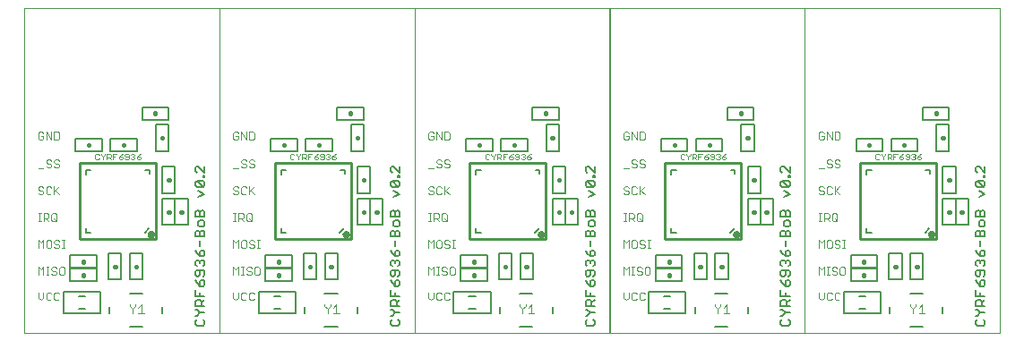
<source format=gto>
G75*
G70*
%OFA0B0*%
%FSLAX25Y25*%
%IPPOS*%
%LPD*%
%AMOC8*
5,1,8,0,0,1.08239X$1,22.5*
%
%ADD11C,0.01600*%
%ADD13C,0.00600*%
%ADD15C,0.01970*%
%ADD18C,0.01000*%
%ADD28C,0.00500*%
%ADD31C,0.00400*%
%ADD34C,0.00200*%
%ADD35C,0.00300*%
%ADD40C,0.00800*%
%ADD43C,0.00000*%
X0010000Y0010000D02*
G75*
%LPD*%
D43*
X0010000Y0010000D02*
X0010000Y0131000D01*
X0082500Y0131000D01*
X0082500Y0010000D01*
X0010000Y0010000D01*
D13*
X0030220Y0019040D02*
X0032580Y0019040D01*
X0032580Y0023760D02*
X0030220Y0023760D01*
X0073600Y0023760D02*
X0073600Y0026030D01*
X0075300Y0024900D02*
X0075300Y0023760D01*
X0075300Y0022350D02*
X0074160Y0022350D01*
X0073600Y0021780D01*
X0073600Y0020080D01*
X0077000Y0020080D01*
X0075870Y0020080D02*
X0075870Y0021780D01*
X0075300Y0022350D01*
X0075870Y0021210D02*
X0077000Y0022350D01*
X0077000Y0023760D02*
X0073600Y0023760D01*
X0075300Y0027450D02*
X0075300Y0029150D01*
X0075870Y0029720D01*
X0076430Y0029720D01*
X0077000Y0029150D01*
X0077000Y0028010D01*
X0076430Y0027450D01*
X0075300Y0027450D01*
X0074160Y0028580D01*
X0073600Y0029720D01*
X0074160Y0031130D02*
X0073600Y0031700D01*
X0073600Y0032830D01*
X0074160Y0033400D01*
X0076430Y0033400D01*
X0077000Y0032830D01*
X0077000Y0031700D01*
X0076430Y0031130D01*
X0075300Y0031700D02*
X0075300Y0033400D01*
X0075300Y0031700D02*
X0074730Y0031130D01*
X0074160Y0031130D01*
X0074160Y0034810D02*
X0073600Y0035380D01*
X0073600Y0036510D01*
X0074160Y0037080D01*
X0074730Y0037080D01*
X0075300Y0036510D01*
X0075870Y0037080D01*
X0076430Y0037080D01*
X0077000Y0036510D01*
X0077000Y0035380D01*
X0076430Y0034810D01*
X0075300Y0035950D02*
X0075300Y0036510D01*
X0075300Y0038500D02*
X0075300Y0040200D01*
X0075870Y0040760D01*
X0076430Y0040760D01*
X0077000Y0040200D01*
X0077000Y0039060D01*
X0076430Y0038500D01*
X0075300Y0038500D01*
X0074160Y0039630D01*
X0073600Y0040760D01*
X0075300Y0042180D02*
X0075300Y0044450D01*
X0075300Y0045860D02*
X0075300Y0047560D01*
X0075870Y0048130D01*
X0076430Y0048130D01*
X0077000Y0047560D01*
X0077000Y0045860D01*
X0073600Y0045860D01*
X0073600Y0047560D01*
X0074160Y0048130D01*
X0074730Y0048130D01*
X0075300Y0047560D01*
X0075300Y0049550D02*
X0074730Y0050110D01*
X0074730Y0051250D01*
X0075300Y0051810D01*
X0076430Y0051810D01*
X0077000Y0051250D01*
X0077000Y0050110D01*
X0076430Y0049550D01*
X0075300Y0049550D01*
X0075300Y0053230D02*
X0075300Y0054930D01*
X0075870Y0055500D01*
X0076430Y0055500D01*
X0077000Y0054930D01*
X0077000Y0053230D01*
X0073600Y0053230D01*
X0073600Y0054930D01*
X0074160Y0055500D01*
X0074730Y0055500D01*
X0075300Y0054930D01*
X0074730Y0060590D02*
X0077000Y0061730D01*
X0074730Y0062860D01*
X0074160Y0064280D02*
X0073600Y0064850D01*
X0073600Y0065980D01*
X0074160Y0066550D01*
X0076430Y0064280D01*
X0077000Y0064850D01*
X0077000Y0065980D01*
X0076430Y0066550D01*
X0074160Y0066550D01*
X0074160Y0064280D02*
X0076430Y0064280D01*
X0076430Y0067960D02*
X0076430Y0068530D01*
X0077000Y0068530D01*
X0077000Y0067960D01*
X0076430Y0067960D01*
X0077000Y0069800D02*
X0074730Y0072070D01*
X0074160Y0072070D01*
X0073600Y0071500D01*
X0073600Y0070370D01*
X0074160Y0069800D01*
X0077000Y0069800D02*
X0077000Y0072070D01*
X0074160Y0018670D02*
X0073600Y0018670D01*
X0074160Y0018670D02*
X0075300Y0017530D01*
X0077000Y0017530D01*
X0075300Y0017530D02*
X0074160Y0016400D01*
X0073600Y0016400D01*
X0074160Y0014980D02*
X0073600Y0014420D01*
X0073600Y0013280D01*
X0074160Y0012710D01*
X0076430Y0012710D01*
X0077000Y0013280D01*
X0077000Y0014420D01*
X0076430Y0014980D01*
D28*
X0053960Y0029880D02*
X0049240Y0029880D01*
X0049240Y0039720D01*
X0053960Y0039720D01*
X0053960Y0029880D01*
X0046060Y0029880D02*
X0041340Y0029880D01*
X0041340Y0039720D01*
X0046060Y0039720D01*
X0046060Y0029880D01*
X0038290Y0025340D02*
X0038290Y0017460D01*
X0024510Y0017460D01*
X0024510Y0025340D01*
X0038290Y0025340D01*
X0036920Y0029140D02*
X0036920Y0033860D01*
X0027080Y0033860D01*
X0027080Y0029140D01*
X0036920Y0029140D01*
X0036920Y0034140D02*
X0036920Y0038860D01*
X0027080Y0038860D01*
X0027080Y0034140D01*
X0036920Y0034140D01*
X0034700Y0047200D02*
X0032890Y0047200D01*
X0032890Y0048900D01*
X0032890Y0069000D02*
X0032890Y0070800D01*
X0034700Y0070800D01*
X0038920Y0077640D02*
X0029080Y0077640D01*
X0029080Y0082360D01*
X0038920Y0082360D01*
X0038920Y0077640D01*
X0042080Y0077640D02*
X0042080Y0082360D01*
X0051920Y0082360D01*
X0051920Y0077640D01*
X0042080Y0077640D01*
X0053780Y0089340D02*
X0053780Y0094060D01*
X0063620Y0094060D01*
X0063620Y0089340D01*
X0053780Y0089340D01*
X0058940Y0087520D02*
X0063660Y0087520D01*
X0063660Y0077680D01*
X0058940Y0077680D01*
X0058940Y0087520D01*
X0061340Y0071920D02*
X0066060Y0071920D01*
X0066060Y0062080D01*
X0061340Y0062080D01*
X0061340Y0071920D01*
X0056500Y0070800D02*
X0056500Y0069300D01*
X0056500Y0070800D02*
X0055000Y0070800D01*
X0061340Y0060020D02*
X0066060Y0060020D01*
X0066060Y0050180D01*
X0061340Y0050180D01*
X0061340Y0060020D01*
X0066040Y0060020D02*
X0070760Y0060020D01*
X0070760Y0050180D01*
X0066040Y0050180D01*
X0066040Y0060020D01*
X0056310Y0048930D02*
X0054770Y0047390D01*
X0058480Y0045220D02*
X0058870Y0044830D01*
D15*
X0056810Y0046500D02*
X0056830Y0046620D01*
X0056880Y0046730D01*
X0056970Y0046820D01*
X0057080Y0046870D01*
X0057200Y0046890D01*
X0057320Y0046870D01*
X0057430Y0046820D01*
X0057520Y0046730D01*
X0057570Y0046620D01*
X0057590Y0046500D01*
X0057570Y0046380D01*
X0057520Y0046270D01*
X0057430Y0046180D01*
X0057320Y0046130D01*
X0057200Y0046110D01*
X0057080Y0046130D01*
X0056970Y0046180D01*
X0056880Y0046270D01*
X0056830Y0046380D01*
X0056810Y0046500D01*
D18*
X0058870Y0044830D02*
X0030530Y0044830D01*
X0030530Y0073170D01*
X0058870Y0073170D01*
X0058870Y0044830D01*
D34*
X0052890Y0074500D02*
X0052160Y0074500D01*
X0051790Y0074870D01*
X0051790Y0075600D01*
X0052890Y0075600D01*
X0053260Y0075230D01*
X0053260Y0074870D01*
X0052890Y0074500D01*
X0051790Y0075600D02*
X0052520Y0076330D01*
X0053260Y0076700D01*
X0051050Y0076330D02*
X0051050Y0075970D01*
X0050680Y0075600D01*
X0051050Y0075230D01*
X0051050Y0074870D01*
X0050680Y0074500D01*
X0049950Y0074500D01*
X0049580Y0074870D01*
X0048840Y0074870D02*
X0048840Y0076330D01*
X0048470Y0076700D01*
X0047740Y0076700D01*
X0047370Y0076330D01*
X0047370Y0075970D01*
X0047740Y0075600D01*
X0048840Y0075600D01*
X0048840Y0074870D02*
X0048470Y0074500D01*
X0047740Y0074500D01*
X0047370Y0074870D01*
X0046630Y0074870D02*
X0046630Y0075230D01*
X0046260Y0075600D01*
X0045160Y0075600D01*
X0045160Y0074870D01*
X0045530Y0074500D01*
X0046260Y0074500D01*
X0046630Y0074870D01*
X0045890Y0076330D02*
X0045160Y0075600D01*
X0045890Y0076330D02*
X0046630Y0076700D01*
X0044420Y0076700D02*
X0042950Y0076700D01*
X0042950Y0074500D01*
X0042210Y0074500D02*
X0041470Y0075230D01*
X0041840Y0075230D02*
X0040740Y0075230D01*
X0040740Y0074500D02*
X0040740Y0076700D01*
X0041840Y0076700D01*
X0042210Y0076330D01*
X0042210Y0075600D01*
X0041840Y0075230D01*
X0042950Y0075600D02*
X0043680Y0075600D01*
X0040000Y0076330D02*
X0040000Y0076700D01*
X0040000Y0076330D02*
X0039260Y0075600D01*
X0039260Y0074500D01*
X0039260Y0075600D02*
X0038530Y0076330D01*
X0038530Y0076700D01*
X0037790Y0076330D02*
X0037420Y0076700D01*
X0036690Y0076700D01*
X0036320Y0076330D01*
X0036320Y0074870D01*
X0036690Y0074500D01*
X0037420Y0074500D01*
X0037790Y0074870D01*
X0049580Y0076330D02*
X0049950Y0076700D01*
X0050680Y0076700D01*
X0051050Y0076330D01*
X0050680Y0075600D02*
X0050310Y0075600D01*
D11*
X0047000Y0079880D02*
X0047000Y0080120D01*
X0058700Y0091580D02*
X0058700Y0091820D01*
X0061180Y0082600D02*
X0061420Y0082600D01*
X0063580Y0067000D02*
X0063820Y0067000D01*
X0063580Y0055100D02*
X0063820Y0055100D01*
X0068280Y0055100D02*
X0068520Y0055100D01*
X0051720Y0034800D02*
X0051480Y0034800D01*
X0043820Y0034800D02*
X0043580Y0034800D01*
X0032000Y0036380D02*
X0032000Y0036620D01*
X0032000Y0031620D02*
X0032000Y0031380D01*
X0034000Y0079880D02*
X0034000Y0080120D01*
D40*
X0049140Y0024800D02*
X0053860Y0024800D01*
X0061340Y0019680D02*
X0061340Y0017320D01*
X0053860Y0012200D02*
X0049140Y0012200D01*
X0041660Y0017320D02*
X0041660Y0019680D01*
D31*
X0049100Y0019970D02*
X0050170Y0018900D01*
X0050170Y0017300D01*
X0050170Y0018900D02*
X0051240Y0019970D01*
X0051240Y0020500D01*
X0052410Y0019440D02*
X0053480Y0020500D01*
X0053480Y0017300D01*
X0052410Y0017300D02*
X0054550Y0017300D01*
X0049100Y0019970D02*
X0049100Y0020500D01*
D35*
X0024940Y0032130D02*
X0024940Y0034070D01*
X0024460Y0034550D01*
X0023490Y0034550D01*
X0023010Y0034070D01*
X0023010Y0032130D01*
X0023490Y0031650D01*
X0024460Y0031650D01*
X0024940Y0032130D01*
X0022000Y0032130D02*
X0021510Y0031650D01*
X0020540Y0031650D01*
X0020060Y0032130D01*
X0020540Y0033100D02*
X0021510Y0033100D01*
X0022000Y0032620D01*
X0022000Y0032130D01*
X0020540Y0033100D02*
X0020060Y0033580D01*
X0020060Y0034070D01*
X0020540Y0034550D01*
X0021510Y0034550D01*
X0022000Y0034070D01*
X0019060Y0034550D02*
X0018100Y0034550D01*
X0018580Y0034550D02*
X0018580Y0031650D01*
X0018100Y0031650D02*
X0019060Y0031650D01*
X0017080Y0031650D02*
X0017080Y0034550D01*
X0016120Y0033580D01*
X0015150Y0034550D01*
X0015150Y0031650D01*
X0015150Y0025050D02*
X0015150Y0023120D01*
X0016120Y0022150D01*
X0017080Y0023120D01*
X0017080Y0025050D01*
X0018100Y0024570D02*
X0018100Y0022630D01*
X0018580Y0022150D01*
X0019550Y0022150D01*
X0020030Y0022630D01*
X0021040Y0022630D02*
X0021530Y0022150D01*
X0022490Y0022150D01*
X0022980Y0022630D01*
X0021040Y0022630D02*
X0021040Y0024570D01*
X0021530Y0025050D01*
X0022490Y0025050D01*
X0022980Y0024570D01*
X0020030Y0024570D02*
X0019550Y0025050D01*
X0018580Y0025050D01*
X0018100Y0024570D01*
X0018580Y0041650D02*
X0018100Y0042130D01*
X0018100Y0044070D01*
X0018580Y0044550D01*
X0019550Y0044550D01*
X0020030Y0044070D01*
X0020030Y0042130D01*
X0019550Y0041650D01*
X0018580Y0041650D01*
X0017080Y0041650D02*
X0017080Y0044550D01*
X0016120Y0043580D01*
X0015150Y0044550D01*
X0015150Y0041650D01*
X0021040Y0042130D02*
X0021530Y0041650D01*
X0022490Y0041650D01*
X0022980Y0042130D01*
X0022980Y0042620D01*
X0022490Y0043100D01*
X0021530Y0043100D01*
X0021040Y0043580D01*
X0021040Y0044070D01*
X0021530Y0044550D01*
X0022490Y0044550D01*
X0022980Y0044070D01*
X0023990Y0044550D02*
X0024960Y0044550D01*
X0024470Y0044550D02*
X0024470Y0041650D01*
X0023990Y0041650D02*
X0024960Y0041650D01*
X0022000Y0051650D02*
X0021030Y0052620D01*
X0022000Y0052130D02*
X0021510Y0051650D01*
X0020540Y0051650D01*
X0020060Y0052130D01*
X0020060Y0054070D01*
X0020540Y0054550D01*
X0021510Y0054550D01*
X0022000Y0054070D01*
X0022000Y0052130D01*
X0019050Y0051650D02*
X0018080Y0052620D01*
X0018570Y0052620D02*
X0017110Y0052620D01*
X0017110Y0051650D02*
X0017110Y0054550D01*
X0018570Y0054550D01*
X0019050Y0054070D01*
X0019050Y0053100D01*
X0018570Y0052620D01*
X0016120Y0051650D02*
X0015150Y0051650D01*
X0015630Y0051650D02*
X0015630Y0054550D01*
X0015150Y0054550D02*
X0016120Y0054550D01*
X0016600Y0061650D02*
X0015630Y0061650D01*
X0015150Y0062130D01*
X0015630Y0063100D02*
X0016600Y0063100D01*
X0017080Y0062620D01*
X0017080Y0062130D01*
X0016600Y0061650D01*
X0018100Y0062130D02*
X0018580Y0061650D01*
X0019550Y0061650D01*
X0020030Y0062130D01*
X0021040Y0061650D02*
X0021040Y0064550D01*
X0020030Y0064070D02*
X0019550Y0064550D01*
X0018580Y0064550D01*
X0018100Y0064070D01*
X0018100Y0062130D01*
X0017080Y0064070D02*
X0016600Y0064550D01*
X0015630Y0064550D01*
X0015150Y0064070D01*
X0015150Y0063580D01*
X0015630Y0063100D01*
X0021040Y0062620D02*
X0022980Y0064550D01*
X0021530Y0063100D02*
X0022980Y0061650D01*
X0022490Y0071650D02*
X0021530Y0071650D01*
X0021040Y0072130D01*
X0020030Y0072130D02*
X0020030Y0072620D01*
X0019550Y0073100D01*
X0018580Y0073100D01*
X0018100Y0073580D01*
X0018100Y0074070D01*
X0018580Y0074550D01*
X0019550Y0074550D01*
X0020030Y0074070D01*
X0021040Y0074070D02*
X0021040Y0073580D01*
X0021530Y0073100D01*
X0022490Y0073100D01*
X0022980Y0072620D01*
X0022980Y0072130D01*
X0022490Y0071650D01*
X0022980Y0074070D02*
X0022490Y0074550D01*
X0021530Y0074550D01*
X0021040Y0074070D01*
X0020030Y0072130D02*
X0019550Y0071650D01*
X0018580Y0071650D01*
X0018100Y0072130D01*
X0017080Y0071170D02*
X0015150Y0071170D01*
X0015630Y0081950D02*
X0016600Y0081950D01*
X0017080Y0082430D01*
X0017080Y0083400D01*
X0016120Y0083400D01*
X0017080Y0084370D02*
X0016600Y0084850D01*
X0015630Y0084850D01*
X0015150Y0084370D01*
X0015150Y0082430D01*
X0015630Y0081950D01*
X0018100Y0081950D02*
X0018100Y0084850D01*
X0020030Y0081950D01*
X0020030Y0084850D01*
X0021040Y0084850D02*
X0022490Y0084850D01*
X0022980Y0084370D01*
X0022980Y0082430D01*
X0022490Y0081950D01*
X0021040Y0081950D01*
X0021040Y0084850D01*
X0082600Y0010000D02*
G75*
%LPD*%
D43*
X0082600Y0010000D02*
X0082600Y0131000D01*
X0155100Y0131000D01*
X0155100Y0010000D01*
X0082600Y0010000D01*
D13*
X0102820Y0019040D02*
X0105180Y0019040D01*
X0105180Y0023760D02*
X0102820Y0023760D01*
X0146200Y0023760D02*
X0146200Y0026030D01*
X0147900Y0024900D02*
X0147900Y0023760D01*
X0147900Y0022350D02*
X0146760Y0022350D01*
X0146200Y0021780D01*
X0146200Y0020080D01*
X0149600Y0020080D01*
X0148470Y0020080D02*
X0148470Y0021780D01*
X0147900Y0022350D01*
X0148470Y0021210D02*
X0149600Y0022350D01*
X0149600Y0023760D02*
X0146200Y0023760D01*
X0147900Y0027450D02*
X0147900Y0029150D01*
X0148470Y0029720D01*
X0149030Y0029720D01*
X0149600Y0029150D01*
X0149600Y0028010D01*
X0149030Y0027450D01*
X0147900Y0027450D01*
X0146760Y0028580D01*
X0146200Y0029720D01*
X0146760Y0031130D02*
X0146200Y0031700D01*
X0146200Y0032830D01*
X0146760Y0033400D01*
X0149030Y0033400D01*
X0149600Y0032830D01*
X0149600Y0031700D01*
X0149030Y0031130D01*
X0147900Y0031700D02*
X0147900Y0033400D01*
X0147900Y0031700D02*
X0147330Y0031130D01*
X0146760Y0031130D01*
X0146760Y0034810D02*
X0146200Y0035380D01*
X0146200Y0036510D01*
X0146760Y0037080D01*
X0147330Y0037080D01*
X0147900Y0036510D01*
X0148470Y0037080D01*
X0149030Y0037080D01*
X0149600Y0036510D01*
X0149600Y0035380D01*
X0149030Y0034810D01*
X0147900Y0035950D02*
X0147900Y0036510D01*
X0147900Y0038500D02*
X0147900Y0040200D01*
X0148470Y0040760D01*
X0149030Y0040760D01*
X0149600Y0040200D01*
X0149600Y0039060D01*
X0149030Y0038500D01*
X0147900Y0038500D01*
X0146760Y0039630D01*
X0146200Y0040760D01*
X0147900Y0042180D02*
X0147900Y0044450D01*
X0147900Y0045860D02*
X0147900Y0047560D01*
X0148470Y0048130D01*
X0149030Y0048130D01*
X0149600Y0047560D01*
X0149600Y0045860D01*
X0146200Y0045860D01*
X0146200Y0047560D01*
X0146760Y0048130D01*
X0147330Y0048130D01*
X0147900Y0047560D01*
X0147900Y0049550D02*
X0147330Y0050110D01*
X0147330Y0051250D01*
X0147900Y0051810D01*
X0149030Y0051810D01*
X0149600Y0051250D01*
X0149600Y0050110D01*
X0149030Y0049550D01*
X0147900Y0049550D01*
X0147900Y0053230D02*
X0147900Y0054930D01*
X0148470Y0055500D01*
X0149030Y0055500D01*
X0149600Y0054930D01*
X0149600Y0053230D01*
X0146200Y0053230D01*
X0146200Y0054930D01*
X0146760Y0055500D01*
X0147330Y0055500D01*
X0147900Y0054930D01*
X0147330Y0060590D02*
X0149600Y0061730D01*
X0147330Y0062860D01*
X0146760Y0064280D02*
X0146200Y0064850D01*
X0146200Y0065980D01*
X0146760Y0066550D01*
X0149030Y0064280D01*
X0149600Y0064850D01*
X0149600Y0065980D01*
X0149030Y0066550D01*
X0146760Y0066550D01*
X0146760Y0064280D02*
X0149030Y0064280D01*
X0149030Y0067960D02*
X0149030Y0068530D01*
X0149600Y0068530D01*
X0149600Y0067960D01*
X0149030Y0067960D01*
X0149600Y0069800D02*
X0147330Y0072070D01*
X0146760Y0072070D01*
X0146200Y0071500D01*
X0146200Y0070370D01*
X0146760Y0069800D01*
X0149600Y0069800D02*
X0149600Y0072070D01*
X0146760Y0018670D02*
X0146200Y0018670D01*
X0146760Y0018670D02*
X0147900Y0017530D01*
X0149600Y0017530D01*
X0147900Y0017530D02*
X0146760Y0016400D01*
X0146200Y0016400D01*
X0146760Y0014980D02*
X0146200Y0014420D01*
X0146200Y0013280D01*
X0146760Y0012710D01*
X0149030Y0012710D01*
X0149600Y0013280D01*
X0149600Y0014420D01*
X0149030Y0014980D01*
D28*
X0126560Y0029880D02*
X0121840Y0029880D01*
X0121840Y0039720D01*
X0126560Y0039720D01*
X0126560Y0029880D01*
X0118660Y0029880D02*
X0113940Y0029880D01*
X0113940Y0039720D01*
X0118660Y0039720D01*
X0118660Y0029880D01*
X0110890Y0025340D02*
X0110890Y0017460D01*
X0097110Y0017460D01*
X0097110Y0025340D01*
X0110890Y0025340D01*
X0109520Y0029140D02*
X0109520Y0033860D01*
X0099680Y0033860D01*
X0099680Y0029140D01*
X0109520Y0029140D01*
X0109520Y0034140D02*
X0109520Y0038860D01*
X0099680Y0038860D01*
X0099680Y0034140D01*
X0109520Y0034140D01*
X0107300Y0047200D02*
X0105490Y0047200D01*
X0105490Y0048900D01*
X0105490Y0069000D02*
X0105490Y0070800D01*
X0107300Y0070800D01*
X0111520Y0077640D02*
X0101680Y0077640D01*
X0101680Y0082360D01*
X0111520Y0082360D01*
X0111520Y0077640D01*
X0114680Y0077640D02*
X0114680Y0082360D01*
X0124520Y0082360D01*
X0124520Y0077640D01*
X0114680Y0077640D01*
X0126380Y0089340D02*
X0126380Y0094060D01*
X0136220Y0094060D01*
X0136220Y0089340D01*
X0126380Y0089340D01*
X0131540Y0087520D02*
X0136260Y0087520D01*
X0136260Y0077680D01*
X0131540Y0077680D01*
X0131540Y0087520D01*
X0133940Y0071920D02*
X0138660Y0071920D01*
X0138660Y0062080D01*
X0133940Y0062080D01*
X0133940Y0071920D01*
X0129100Y0070800D02*
X0129100Y0069300D01*
X0129100Y0070800D02*
X0127600Y0070800D01*
X0133940Y0060020D02*
X0138660Y0060020D01*
X0138660Y0050180D01*
X0133940Y0050180D01*
X0133940Y0060020D01*
X0138640Y0060020D02*
X0143360Y0060020D01*
X0143360Y0050180D01*
X0138640Y0050180D01*
X0138640Y0060020D01*
X0128910Y0048930D02*
X0127370Y0047390D01*
X0131080Y0045220D02*
X0131470Y0044830D01*
D15*
X0129410Y0046500D02*
X0129430Y0046620D01*
X0129480Y0046730D01*
X0129570Y0046820D01*
X0129680Y0046870D01*
X0129800Y0046890D01*
X0129920Y0046870D01*
X0130030Y0046820D01*
X0130120Y0046730D01*
X0130170Y0046620D01*
X0130190Y0046500D01*
X0130170Y0046380D01*
X0130120Y0046270D01*
X0130030Y0046180D01*
X0129920Y0046130D01*
X0129800Y0046110D01*
X0129680Y0046130D01*
X0129570Y0046180D01*
X0129480Y0046270D01*
X0129430Y0046380D01*
X0129410Y0046500D01*
D18*
X0131470Y0044830D02*
X0103130Y0044830D01*
X0103130Y0073170D01*
X0131470Y0073170D01*
X0131470Y0044830D01*
D34*
X0125490Y0074500D02*
X0124760Y0074500D01*
X0124390Y0074870D01*
X0124390Y0075600D01*
X0125490Y0075600D01*
X0125860Y0075230D01*
X0125860Y0074870D01*
X0125490Y0074500D01*
X0124390Y0075600D02*
X0125120Y0076330D01*
X0125860Y0076700D01*
X0123650Y0076330D02*
X0123650Y0075970D01*
X0123280Y0075600D01*
X0123650Y0075230D01*
X0123650Y0074870D01*
X0123280Y0074500D01*
X0122550Y0074500D01*
X0122180Y0074870D01*
X0121440Y0074870D02*
X0121440Y0076330D01*
X0121070Y0076700D01*
X0120340Y0076700D01*
X0119970Y0076330D01*
X0119970Y0075970D01*
X0120340Y0075600D01*
X0121440Y0075600D01*
X0121440Y0074870D02*
X0121070Y0074500D01*
X0120340Y0074500D01*
X0119970Y0074870D01*
X0119230Y0074870D02*
X0119230Y0075230D01*
X0118860Y0075600D01*
X0117760Y0075600D01*
X0117760Y0074870D01*
X0118130Y0074500D01*
X0118860Y0074500D01*
X0119230Y0074870D01*
X0118490Y0076330D02*
X0117760Y0075600D01*
X0118490Y0076330D02*
X0119230Y0076700D01*
X0117020Y0076700D02*
X0115550Y0076700D01*
X0115550Y0074500D01*
X0114810Y0074500D02*
X0114070Y0075230D01*
X0114440Y0075230D02*
X0113340Y0075230D01*
X0113340Y0074500D02*
X0113340Y0076700D01*
X0114440Y0076700D01*
X0114810Y0076330D01*
X0114810Y0075600D01*
X0114440Y0075230D01*
X0115550Y0075600D02*
X0116280Y0075600D01*
X0112600Y0076330D02*
X0112600Y0076700D01*
X0112600Y0076330D02*
X0111860Y0075600D01*
X0111860Y0074500D01*
X0111860Y0075600D02*
X0111130Y0076330D01*
X0111130Y0076700D01*
X0110390Y0076330D02*
X0110020Y0076700D01*
X0109290Y0076700D01*
X0108920Y0076330D01*
X0108920Y0074870D01*
X0109290Y0074500D01*
X0110020Y0074500D01*
X0110390Y0074870D01*
X0122180Y0076330D02*
X0122550Y0076700D01*
X0123280Y0076700D01*
X0123650Y0076330D01*
X0123280Y0075600D02*
X0122910Y0075600D01*
D11*
X0119600Y0079880D02*
X0119600Y0080120D01*
X0131300Y0091580D02*
X0131300Y0091820D01*
X0133780Y0082600D02*
X0134020Y0082600D01*
X0136180Y0067000D02*
X0136420Y0067000D01*
X0136180Y0055100D02*
X0136420Y0055100D01*
X0140880Y0055100D02*
X0141120Y0055100D01*
X0124320Y0034800D02*
X0124080Y0034800D01*
X0116420Y0034800D02*
X0116180Y0034800D01*
X0104600Y0036380D02*
X0104600Y0036620D01*
X0104600Y0031620D02*
X0104600Y0031380D01*
X0106600Y0079880D02*
X0106600Y0080120D01*
D40*
X0121740Y0024800D02*
X0126460Y0024800D01*
X0133940Y0019680D02*
X0133940Y0017320D01*
X0126460Y0012200D02*
X0121740Y0012200D01*
X0114260Y0017320D02*
X0114260Y0019680D01*
D31*
X0121700Y0019970D02*
X0122770Y0018900D01*
X0122770Y0017300D01*
X0122770Y0018900D02*
X0123840Y0019970D01*
X0123840Y0020500D01*
X0125010Y0019440D02*
X0126080Y0020500D01*
X0126080Y0017300D01*
X0125010Y0017300D02*
X0127150Y0017300D01*
X0121700Y0019970D02*
X0121700Y0020500D01*
D35*
X0097540Y0032130D02*
X0097540Y0034070D01*
X0097060Y0034550D01*
X0096090Y0034550D01*
X0095610Y0034070D01*
X0095610Y0032130D01*
X0096090Y0031650D01*
X0097060Y0031650D01*
X0097540Y0032130D01*
X0094600Y0032130D02*
X0094110Y0031650D01*
X0093140Y0031650D01*
X0092660Y0032130D01*
X0093140Y0033100D02*
X0094110Y0033100D01*
X0094600Y0032620D01*
X0094600Y0032130D01*
X0093140Y0033100D02*
X0092660Y0033580D01*
X0092660Y0034070D01*
X0093140Y0034550D01*
X0094110Y0034550D01*
X0094600Y0034070D01*
X0091660Y0034550D02*
X0090700Y0034550D01*
X0091180Y0034550D02*
X0091180Y0031650D01*
X0090700Y0031650D02*
X0091660Y0031650D01*
X0089680Y0031650D02*
X0089680Y0034550D01*
X0088720Y0033580D01*
X0087750Y0034550D01*
X0087750Y0031650D01*
X0087750Y0025050D02*
X0087750Y0023120D01*
X0088720Y0022150D01*
X0089680Y0023120D01*
X0089680Y0025050D01*
X0090700Y0024570D02*
X0090700Y0022630D01*
X0091180Y0022150D01*
X0092150Y0022150D01*
X0092630Y0022630D01*
X0093640Y0022630D02*
X0094130Y0022150D01*
X0095090Y0022150D01*
X0095580Y0022630D01*
X0093640Y0022630D02*
X0093640Y0024570D01*
X0094130Y0025050D01*
X0095090Y0025050D01*
X0095580Y0024570D01*
X0092630Y0024570D02*
X0092150Y0025050D01*
X0091180Y0025050D01*
X0090700Y0024570D01*
X0091180Y0041650D02*
X0090700Y0042130D01*
X0090700Y0044070D01*
X0091180Y0044550D01*
X0092150Y0044550D01*
X0092630Y0044070D01*
X0092630Y0042130D01*
X0092150Y0041650D01*
X0091180Y0041650D01*
X0089680Y0041650D02*
X0089680Y0044550D01*
X0088720Y0043580D01*
X0087750Y0044550D01*
X0087750Y0041650D01*
X0093640Y0042130D02*
X0094130Y0041650D01*
X0095090Y0041650D01*
X0095580Y0042130D01*
X0095580Y0042620D01*
X0095090Y0043100D01*
X0094130Y0043100D01*
X0093640Y0043580D01*
X0093640Y0044070D01*
X0094130Y0044550D01*
X0095090Y0044550D01*
X0095580Y0044070D01*
X0096590Y0044550D02*
X0097560Y0044550D01*
X0097070Y0044550D02*
X0097070Y0041650D01*
X0096590Y0041650D02*
X0097560Y0041650D01*
X0094600Y0051650D02*
X0093630Y0052620D01*
X0094600Y0052130D02*
X0094110Y0051650D01*
X0093140Y0051650D01*
X0092660Y0052130D01*
X0092660Y0054070D01*
X0093140Y0054550D01*
X0094110Y0054550D01*
X0094600Y0054070D01*
X0094600Y0052130D01*
X0091650Y0051650D02*
X0090680Y0052620D01*
X0091170Y0052620D02*
X0089710Y0052620D01*
X0089710Y0051650D02*
X0089710Y0054550D01*
X0091170Y0054550D01*
X0091650Y0054070D01*
X0091650Y0053100D01*
X0091170Y0052620D01*
X0088720Y0051650D02*
X0087750Y0051650D01*
X0088230Y0051650D02*
X0088230Y0054550D01*
X0087750Y0054550D02*
X0088720Y0054550D01*
X0089200Y0061650D02*
X0088230Y0061650D01*
X0087750Y0062130D01*
X0088230Y0063100D02*
X0089200Y0063100D01*
X0089680Y0062620D01*
X0089680Y0062130D01*
X0089200Y0061650D01*
X0090700Y0062130D02*
X0091180Y0061650D01*
X0092150Y0061650D01*
X0092630Y0062130D01*
X0093640Y0061650D02*
X0093640Y0064550D01*
X0092630Y0064070D02*
X0092150Y0064550D01*
X0091180Y0064550D01*
X0090700Y0064070D01*
X0090700Y0062130D01*
X0089680Y0064070D02*
X0089200Y0064550D01*
X0088230Y0064550D01*
X0087750Y0064070D01*
X0087750Y0063580D01*
X0088230Y0063100D01*
X0093640Y0062620D02*
X0095580Y0064550D01*
X0094130Y0063100D02*
X0095580Y0061650D01*
X0095090Y0071650D02*
X0094130Y0071650D01*
X0093640Y0072130D01*
X0092630Y0072130D02*
X0092630Y0072620D01*
X0092150Y0073100D01*
X0091180Y0073100D01*
X0090700Y0073580D01*
X0090700Y0074070D01*
X0091180Y0074550D01*
X0092150Y0074550D01*
X0092630Y0074070D01*
X0093640Y0074070D02*
X0093640Y0073580D01*
X0094130Y0073100D01*
X0095090Y0073100D01*
X0095580Y0072620D01*
X0095580Y0072130D01*
X0095090Y0071650D01*
X0095580Y0074070D02*
X0095090Y0074550D01*
X0094130Y0074550D01*
X0093640Y0074070D01*
X0092630Y0072130D02*
X0092150Y0071650D01*
X0091180Y0071650D01*
X0090700Y0072130D01*
X0089680Y0071170D02*
X0087750Y0071170D01*
X0088230Y0081950D02*
X0089200Y0081950D01*
X0089680Y0082430D01*
X0089680Y0083400D01*
X0088720Y0083400D01*
X0089680Y0084370D02*
X0089200Y0084850D01*
X0088230Y0084850D01*
X0087750Y0084370D01*
X0087750Y0082430D01*
X0088230Y0081950D01*
X0090700Y0081950D02*
X0090700Y0084850D01*
X0092630Y0081950D01*
X0092630Y0084850D01*
X0093640Y0084850D02*
X0095090Y0084850D01*
X0095580Y0084370D01*
X0095580Y0082430D01*
X0095090Y0081950D01*
X0093640Y0081950D01*
X0093640Y0084850D01*
X0155200Y0010000D02*
G75*
%LPD*%
D43*
X0155200Y0010000D02*
X0155200Y0131000D01*
X0227700Y0131000D01*
X0227700Y0010000D01*
X0155200Y0010000D01*
D13*
X0175420Y0019040D02*
X0177780Y0019040D01*
X0177780Y0023760D02*
X0175420Y0023760D01*
X0218800Y0023760D02*
X0218800Y0026030D01*
X0220500Y0024900D02*
X0220500Y0023760D01*
X0220500Y0022350D02*
X0219360Y0022350D01*
X0218800Y0021780D01*
X0218800Y0020080D01*
X0222200Y0020080D01*
X0221070Y0020080D02*
X0221070Y0021780D01*
X0220500Y0022350D01*
X0221070Y0021210D02*
X0222200Y0022350D01*
X0222200Y0023760D02*
X0218800Y0023760D01*
X0220500Y0027450D02*
X0220500Y0029150D01*
X0221070Y0029720D01*
X0221630Y0029720D01*
X0222200Y0029150D01*
X0222200Y0028010D01*
X0221630Y0027450D01*
X0220500Y0027450D01*
X0219360Y0028580D01*
X0218800Y0029720D01*
X0219360Y0031130D02*
X0218800Y0031700D01*
X0218800Y0032830D01*
X0219360Y0033400D01*
X0221630Y0033400D01*
X0222200Y0032830D01*
X0222200Y0031700D01*
X0221630Y0031130D01*
X0220500Y0031700D02*
X0220500Y0033400D01*
X0220500Y0031700D02*
X0219930Y0031130D01*
X0219360Y0031130D01*
X0219360Y0034810D02*
X0218800Y0035380D01*
X0218800Y0036510D01*
X0219360Y0037080D01*
X0219930Y0037080D01*
X0220500Y0036510D01*
X0221070Y0037080D01*
X0221630Y0037080D01*
X0222200Y0036510D01*
X0222200Y0035380D01*
X0221630Y0034810D01*
X0220500Y0035950D02*
X0220500Y0036510D01*
X0220500Y0038500D02*
X0220500Y0040200D01*
X0221070Y0040760D01*
X0221630Y0040760D01*
X0222200Y0040200D01*
X0222200Y0039060D01*
X0221630Y0038500D01*
X0220500Y0038500D01*
X0219360Y0039630D01*
X0218800Y0040760D01*
X0220500Y0042180D02*
X0220500Y0044450D01*
X0220500Y0045860D02*
X0220500Y0047560D01*
X0221070Y0048130D01*
X0221630Y0048130D01*
X0222200Y0047560D01*
X0222200Y0045860D01*
X0218800Y0045860D01*
X0218800Y0047560D01*
X0219360Y0048130D01*
X0219930Y0048130D01*
X0220500Y0047560D01*
X0220500Y0049550D02*
X0219930Y0050110D01*
X0219930Y0051250D01*
X0220500Y0051810D01*
X0221630Y0051810D01*
X0222200Y0051250D01*
X0222200Y0050110D01*
X0221630Y0049550D01*
X0220500Y0049550D01*
X0220500Y0053230D02*
X0220500Y0054930D01*
X0221070Y0055500D01*
X0221630Y0055500D01*
X0222200Y0054930D01*
X0222200Y0053230D01*
X0218800Y0053230D01*
X0218800Y0054930D01*
X0219360Y0055500D01*
X0219930Y0055500D01*
X0220500Y0054930D01*
X0219930Y0060590D02*
X0222200Y0061730D01*
X0219930Y0062860D01*
X0219360Y0064280D02*
X0218800Y0064850D01*
X0218800Y0065980D01*
X0219360Y0066550D01*
X0221630Y0064280D01*
X0222200Y0064850D01*
X0222200Y0065980D01*
X0221630Y0066550D01*
X0219360Y0066550D01*
X0219360Y0064280D02*
X0221630Y0064280D01*
X0221630Y0067960D02*
X0221630Y0068530D01*
X0222200Y0068530D01*
X0222200Y0067960D01*
X0221630Y0067960D01*
X0222200Y0069800D02*
X0219930Y0072070D01*
X0219360Y0072070D01*
X0218800Y0071500D01*
X0218800Y0070370D01*
X0219360Y0069800D01*
X0222200Y0069800D02*
X0222200Y0072070D01*
X0219360Y0018670D02*
X0218800Y0018670D01*
X0219360Y0018670D02*
X0220500Y0017530D01*
X0222200Y0017530D01*
X0220500Y0017530D02*
X0219360Y0016400D01*
X0218800Y0016400D01*
X0219360Y0014980D02*
X0218800Y0014420D01*
X0218800Y0013280D01*
X0219360Y0012710D01*
X0221630Y0012710D01*
X0222200Y0013280D01*
X0222200Y0014420D01*
X0221630Y0014980D01*
D28*
X0199160Y0029880D02*
X0194440Y0029880D01*
X0194440Y0039720D01*
X0199160Y0039720D01*
X0199160Y0029880D01*
X0191260Y0029880D02*
X0186540Y0029880D01*
X0186540Y0039720D01*
X0191260Y0039720D01*
X0191260Y0029880D01*
X0183490Y0025340D02*
X0183490Y0017460D01*
X0169710Y0017460D01*
X0169710Y0025340D01*
X0183490Y0025340D01*
X0182120Y0029140D02*
X0182120Y0033860D01*
X0172280Y0033860D01*
X0172280Y0029140D01*
X0182120Y0029140D01*
X0182120Y0034140D02*
X0182120Y0038860D01*
X0172280Y0038860D01*
X0172280Y0034140D01*
X0182120Y0034140D01*
X0179900Y0047200D02*
X0178090Y0047200D01*
X0178090Y0048900D01*
X0178090Y0069000D02*
X0178090Y0070800D01*
X0179900Y0070800D01*
X0184120Y0077640D02*
X0174280Y0077640D01*
X0174280Y0082360D01*
X0184120Y0082360D01*
X0184120Y0077640D01*
X0187280Y0077640D02*
X0187280Y0082360D01*
X0197120Y0082360D01*
X0197120Y0077640D01*
X0187280Y0077640D01*
X0198980Y0089340D02*
X0198980Y0094060D01*
X0208820Y0094060D01*
X0208820Y0089340D01*
X0198980Y0089340D01*
X0204140Y0087520D02*
X0208860Y0087520D01*
X0208860Y0077680D01*
X0204140Y0077680D01*
X0204140Y0087520D01*
X0206540Y0071920D02*
X0211260Y0071920D01*
X0211260Y0062080D01*
X0206540Y0062080D01*
X0206540Y0071920D01*
X0201700Y0070800D02*
X0201700Y0069300D01*
X0201700Y0070800D02*
X0200200Y0070800D01*
X0206540Y0060020D02*
X0211260Y0060020D01*
X0211260Y0050180D01*
X0206540Y0050180D01*
X0206540Y0060020D01*
X0211240Y0060020D02*
X0215960Y0060020D01*
X0215960Y0050180D01*
X0211240Y0050180D01*
X0211240Y0060020D01*
X0201510Y0048930D02*
X0199970Y0047390D01*
X0203680Y0045220D02*
X0204070Y0044830D01*
D15*
X0202010Y0046500D02*
X0202030Y0046620D01*
X0202080Y0046730D01*
X0202170Y0046820D01*
X0202280Y0046870D01*
X0202400Y0046890D01*
X0202520Y0046870D01*
X0202630Y0046820D01*
X0202720Y0046730D01*
X0202770Y0046620D01*
X0202790Y0046500D01*
X0202770Y0046380D01*
X0202720Y0046270D01*
X0202630Y0046180D01*
X0202520Y0046130D01*
X0202400Y0046110D01*
X0202280Y0046130D01*
X0202170Y0046180D01*
X0202080Y0046270D01*
X0202030Y0046380D01*
X0202010Y0046500D01*
D18*
X0204070Y0044830D02*
X0175730Y0044830D01*
X0175730Y0073170D01*
X0204070Y0073170D01*
X0204070Y0044830D01*
D34*
X0198090Y0074500D02*
X0197360Y0074500D01*
X0196990Y0074870D01*
X0196990Y0075600D01*
X0198090Y0075600D01*
X0198460Y0075230D01*
X0198460Y0074870D01*
X0198090Y0074500D01*
X0196990Y0075600D02*
X0197720Y0076330D01*
X0198460Y0076700D01*
X0196250Y0076330D02*
X0196250Y0075970D01*
X0195880Y0075600D01*
X0196250Y0075230D01*
X0196250Y0074870D01*
X0195880Y0074500D01*
X0195150Y0074500D01*
X0194780Y0074870D01*
X0194040Y0074870D02*
X0194040Y0076330D01*
X0193670Y0076700D01*
X0192940Y0076700D01*
X0192570Y0076330D01*
X0192570Y0075970D01*
X0192940Y0075600D01*
X0194040Y0075600D01*
X0194040Y0074870D02*
X0193670Y0074500D01*
X0192940Y0074500D01*
X0192570Y0074870D01*
X0191830Y0074870D02*
X0191830Y0075230D01*
X0191460Y0075600D01*
X0190360Y0075600D01*
X0190360Y0074870D01*
X0190730Y0074500D01*
X0191460Y0074500D01*
X0191830Y0074870D01*
X0191090Y0076330D02*
X0190360Y0075600D01*
X0191090Y0076330D02*
X0191830Y0076700D01*
X0189620Y0076700D02*
X0188150Y0076700D01*
X0188150Y0074500D01*
X0187410Y0074500D02*
X0186670Y0075230D01*
X0187040Y0075230D02*
X0185940Y0075230D01*
X0185940Y0074500D02*
X0185940Y0076700D01*
X0187040Y0076700D01*
X0187410Y0076330D01*
X0187410Y0075600D01*
X0187040Y0075230D01*
X0188150Y0075600D02*
X0188880Y0075600D01*
X0185200Y0076330D02*
X0185200Y0076700D01*
X0185200Y0076330D02*
X0184460Y0075600D01*
X0184460Y0074500D01*
X0184460Y0075600D02*
X0183730Y0076330D01*
X0183730Y0076700D01*
X0182990Y0076330D02*
X0182620Y0076700D01*
X0181890Y0076700D01*
X0181520Y0076330D01*
X0181520Y0074870D01*
X0181890Y0074500D01*
X0182620Y0074500D01*
X0182990Y0074870D01*
X0194780Y0076330D02*
X0195150Y0076700D01*
X0195880Y0076700D01*
X0196250Y0076330D01*
X0195880Y0075600D02*
X0195510Y0075600D01*
D11*
X0192200Y0079880D02*
X0192200Y0080120D01*
X0203900Y0091580D02*
X0203900Y0091820D01*
X0206380Y0082600D02*
X0206620Y0082600D01*
X0208780Y0067000D02*
X0209020Y0067000D01*
X0208780Y0055100D02*
X0209020Y0055100D01*
X0213480Y0055100D02*
X0213720Y0055100D01*
X0196920Y0034800D02*
X0196680Y0034800D01*
X0189020Y0034800D02*
X0188780Y0034800D01*
X0177200Y0036380D02*
X0177200Y0036620D01*
X0177200Y0031620D02*
X0177200Y0031380D01*
X0179200Y0079880D02*
X0179200Y0080120D01*
D40*
X0194340Y0024800D02*
X0199060Y0024800D01*
X0206540Y0019680D02*
X0206540Y0017320D01*
X0199060Y0012200D02*
X0194340Y0012200D01*
X0186860Y0017320D02*
X0186860Y0019680D01*
D31*
X0194300Y0019970D02*
X0195370Y0018900D01*
X0195370Y0017300D01*
X0195370Y0018900D02*
X0196440Y0019970D01*
X0196440Y0020500D01*
X0197610Y0019440D02*
X0198680Y0020500D01*
X0198680Y0017300D01*
X0197610Y0017300D02*
X0199750Y0017300D01*
X0194300Y0019970D02*
X0194300Y0020500D01*
D35*
X0170140Y0032130D02*
X0170140Y0034070D01*
X0169660Y0034550D01*
X0168690Y0034550D01*
X0168210Y0034070D01*
X0168210Y0032130D01*
X0168690Y0031650D01*
X0169660Y0031650D01*
X0170140Y0032130D01*
X0167200Y0032130D02*
X0166710Y0031650D01*
X0165740Y0031650D01*
X0165260Y0032130D01*
X0165740Y0033100D02*
X0166710Y0033100D01*
X0167200Y0032620D01*
X0167200Y0032130D01*
X0165740Y0033100D02*
X0165260Y0033580D01*
X0165260Y0034070D01*
X0165740Y0034550D01*
X0166710Y0034550D01*
X0167200Y0034070D01*
X0164260Y0034550D02*
X0163300Y0034550D01*
X0163780Y0034550D02*
X0163780Y0031650D01*
X0163300Y0031650D02*
X0164260Y0031650D01*
X0162280Y0031650D02*
X0162280Y0034550D01*
X0161320Y0033580D01*
X0160350Y0034550D01*
X0160350Y0031650D01*
X0160350Y0025050D02*
X0160350Y0023120D01*
X0161320Y0022150D01*
X0162280Y0023120D01*
X0162280Y0025050D01*
X0163300Y0024570D02*
X0163300Y0022630D01*
X0163780Y0022150D01*
X0164750Y0022150D01*
X0165230Y0022630D01*
X0166240Y0022630D02*
X0166730Y0022150D01*
X0167690Y0022150D01*
X0168180Y0022630D01*
X0166240Y0022630D02*
X0166240Y0024570D01*
X0166730Y0025050D01*
X0167690Y0025050D01*
X0168180Y0024570D01*
X0165230Y0024570D02*
X0164750Y0025050D01*
X0163780Y0025050D01*
X0163300Y0024570D01*
X0163780Y0041650D02*
X0163300Y0042130D01*
X0163300Y0044070D01*
X0163780Y0044550D01*
X0164750Y0044550D01*
X0165230Y0044070D01*
X0165230Y0042130D01*
X0164750Y0041650D01*
X0163780Y0041650D01*
X0162280Y0041650D02*
X0162280Y0044550D01*
X0161320Y0043580D01*
X0160350Y0044550D01*
X0160350Y0041650D01*
X0166240Y0042130D02*
X0166730Y0041650D01*
X0167690Y0041650D01*
X0168180Y0042130D01*
X0168180Y0042620D01*
X0167690Y0043100D01*
X0166730Y0043100D01*
X0166240Y0043580D01*
X0166240Y0044070D01*
X0166730Y0044550D01*
X0167690Y0044550D01*
X0168180Y0044070D01*
X0169190Y0044550D02*
X0170160Y0044550D01*
X0169670Y0044550D02*
X0169670Y0041650D01*
X0169190Y0041650D02*
X0170160Y0041650D01*
X0167200Y0051650D02*
X0166230Y0052620D01*
X0167200Y0052130D02*
X0166710Y0051650D01*
X0165740Y0051650D01*
X0165260Y0052130D01*
X0165260Y0054070D01*
X0165740Y0054550D01*
X0166710Y0054550D01*
X0167200Y0054070D01*
X0167200Y0052130D01*
X0164250Y0051650D02*
X0163280Y0052620D01*
X0163770Y0052620D02*
X0162310Y0052620D01*
X0162310Y0051650D02*
X0162310Y0054550D01*
X0163770Y0054550D01*
X0164250Y0054070D01*
X0164250Y0053100D01*
X0163770Y0052620D01*
X0161320Y0051650D02*
X0160350Y0051650D01*
X0160830Y0051650D02*
X0160830Y0054550D01*
X0160350Y0054550D02*
X0161320Y0054550D01*
X0161800Y0061650D02*
X0160830Y0061650D01*
X0160350Y0062130D01*
X0160830Y0063100D02*
X0161800Y0063100D01*
X0162280Y0062620D01*
X0162280Y0062130D01*
X0161800Y0061650D01*
X0163300Y0062130D02*
X0163780Y0061650D01*
X0164750Y0061650D01*
X0165230Y0062130D01*
X0166240Y0061650D02*
X0166240Y0064550D01*
X0165230Y0064070D02*
X0164750Y0064550D01*
X0163780Y0064550D01*
X0163300Y0064070D01*
X0163300Y0062130D01*
X0162280Y0064070D02*
X0161800Y0064550D01*
X0160830Y0064550D01*
X0160350Y0064070D01*
X0160350Y0063580D01*
X0160830Y0063100D01*
X0166240Y0062620D02*
X0168180Y0064550D01*
X0166730Y0063100D02*
X0168180Y0061650D01*
X0167690Y0071650D02*
X0166730Y0071650D01*
X0166240Y0072130D01*
X0165230Y0072130D02*
X0165230Y0072620D01*
X0164750Y0073100D01*
X0163780Y0073100D01*
X0163300Y0073580D01*
X0163300Y0074070D01*
X0163780Y0074550D01*
X0164750Y0074550D01*
X0165230Y0074070D01*
X0166240Y0074070D02*
X0166240Y0073580D01*
X0166730Y0073100D01*
X0167690Y0073100D01*
X0168180Y0072620D01*
X0168180Y0072130D01*
X0167690Y0071650D01*
X0168180Y0074070D02*
X0167690Y0074550D01*
X0166730Y0074550D01*
X0166240Y0074070D01*
X0165230Y0072130D02*
X0164750Y0071650D01*
X0163780Y0071650D01*
X0163300Y0072130D01*
X0162280Y0071170D02*
X0160350Y0071170D01*
X0160830Y0081950D02*
X0161800Y0081950D01*
X0162280Y0082430D01*
X0162280Y0083400D01*
X0161320Y0083400D01*
X0162280Y0084370D02*
X0161800Y0084850D01*
X0160830Y0084850D01*
X0160350Y0084370D01*
X0160350Y0082430D01*
X0160830Y0081950D01*
X0163300Y0081950D02*
X0163300Y0084850D01*
X0165230Y0081950D01*
X0165230Y0084850D01*
X0166240Y0084850D02*
X0167690Y0084850D01*
X0168180Y0084370D01*
X0168180Y0082430D01*
X0167690Y0081950D01*
X0166240Y0081950D01*
X0166240Y0084850D01*
X0227800Y0010000D02*
G75*
%LPD*%
D43*
X0227800Y0010000D02*
X0227800Y0131000D01*
X0300300Y0131000D01*
X0300300Y0010000D01*
X0227800Y0010000D01*
D13*
X0248020Y0019040D02*
X0250380Y0019040D01*
X0250380Y0023760D02*
X0248020Y0023760D01*
X0291400Y0023760D02*
X0291400Y0026030D01*
X0293100Y0024900D02*
X0293100Y0023760D01*
X0293100Y0022350D02*
X0291960Y0022350D01*
X0291400Y0021780D01*
X0291400Y0020080D01*
X0294800Y0020080D01*
X0293670Y0020080D02*
X0293670Y0021780D01*
X0293100Y0022350D01*
X0293670Y0021210D02*
X0294800Y0022350D01*
X0294800Y0023760D02*
X0291400Y0023760D01*
X0293100Y0027450D02*
X0293100Y0029150D01*
X0293670Y0029720D01*
X0294230Y0029720D01*
X0294800Y0029150D01*
X0294800Y0028010D01*
X0294230Y0027450D01*
X0293100Y0027450D01*
X0291960Y0028580D01*
X0291400Y0029720D01*
X0291960Y0031130D02*
X0291400Y0031700D01*
X0291400Y0032830D01*
X0291960Y0033400D01*
X0294230Y0033400D01*
X0294800Y0032830D01*
X0294800Y0031700D01*
X0294230Y0031130D01*
X0293100Y0031700D02*
X0293100Y0033400D01*
X0293100Y0031700D02*
X0292530Y0031130D01*
X0291960Y0031130D01*
X0291960Y0034810D02*
X0291400Y0035380D01*
X0291400Y0036510D01*
X0291960Y0037080D01*
X0292530Y0037080D01*
X0293100Y0036510D01*
X0293670Y0037080D01*
X0294230Y0037080D01*
X0294800Y0036510D01*
X0294800Y0035380D01*
X0294230Y0034810D01*
X0293100Y0035950D02*
X0293100Y0036510D01*
X0293100Y0038500D02*
X0293100Y0040200D01*
X0293670Y0040760D01*
X0294230Y0040760D01*
X0294800Y0040200D01*
X0294800Y0039060D01*
X0294230Y0038500D01*
X0293100Y0038500D01*
X0291960Y0039630D01*
X0291400Y0040760D01*
X0293100Y0042180D02*
X0293100Y0044450D01*
X0293100Y0045860D02*
X0293100Y0047560D01*
X0293670Y0048130D01*
X0294230Y0048130D01*
X0294800Y0047560D01*
X0294800Y0045860D01*
X0291400Y0045860D01*
X0291400Y0047560D01*
X0291960Y0048130D01*
X0292530Y0048130D01*
X0293100Y0047560D01*
X0293100Y0049550D02*
X0292530Y0050110D01*
X0292530Y0051250D01*
X0293100Y0051810D01*
X0294230Y0051810D01*
X0294800Y0051250D01*
X0294800Y0050110D01*
X0294230Y0049550D01*
X0293100Y0049550D01*
X0293100Y0053230D02*
X0293100Y0054930D01*
X0293670Y0055500D01*
X0294230Y0055500D01*
X0294800Y0054930D01*
X0294800Y0053230D01*
X0291400Y0053230D01*
X0291400Y0054930D01*
X0291960Y0055500D01*
X0292530Y0055500D01*
X0293100Y0054930D01*
X0292530Y0060590D02*
X0294800Y0061730D01*
X0292530Y0062860D01*
X0291960Y0064280D02*
X0291400Y0064850D01*
X0291400Y0065980D01*
X0291960Y0066550D01*
X0294230Y0064280D01*
X0294800Y0064850D01*
X0294800Y0065980D01*
X0294230Y0066550D01*
X0291960Y0066550D01*
X0291960Y0064280D02*
X0294230Y0064280D01*
X0294230Y0067960D02*
X0294230Y0068530D01*
X0294800Y0068530D01*
X0294800Y0067960D01*
X0294230Y0067960D01*
X0294800Y0069800D02*
X0292530Y0072070D01*
X0291960Y0072070D01*
X0291400Y0071500D01*
X0291400Y0070370D01*
X0291960Y0069800D01*
X0294800Y0069800D02*
X0294800Y0072070D01*
X0291960Y0018670D02*
X0291400Y0018670D01*
X0291960Y0018670D02*
X0293100Y0017530D01*
X0294800Y0017530D01*
X0293100Y0017530D02*
X0291960Y0016400D01*
X0291400Y0016400D01*
X0291960Y0014980D02*
X0291400Y0014420D01*
X0291400Y0013280D01*
X0291960Y0012710D01*
X0294230Y0012710D01*
X0294800Y0013280D01*
X0294800Y0014420D01*
X0294230Y0014980D01*
D28*
X0271760Y0029880D02*
X0267040Y0029880D01*
X0267040Y0039720D01*
X0271760Y0039720D01*
X0271760Y0029880D01*
X0263860Y0029880D02*
X0259140Y0029880D01*
X0259140Y0039720D01*
X0263860Y0039720D01*
X0263860Y0029880D01*
X0256090Y0025340D02*
X0256090Y0017460D01*
X0242310Y0017460D01*
X0242310Y0025340D01*
X0256090Y0025340D01*
X0254720Y0029140D02*
X0254720Y0033860D01*
X0244880Y0033860D01*
X0244880Y0029140D01*
X0254720Y0029140D01*
X0254720Y0034140D02*
X0254720Y0038860D01*
X0244880Y0038860D01*
X0244880Y0034140D01*
X0254720Y0034140D01*
X0252500Y0047200D02*
X0250690Y0047200D01*
X0250690Y0048900D01*
X0250690Y0069000D02*
X0250690Y0070800D01*
X0252500Y0070800D01*
X0256720Y0077640D02*
X0246880Y0077640D01*
X0246880Y0082360D01*
X0256720Y0082360D01*
X0256720Y0077640D01*
X0259880Y0077640D02*
X0259880Y0082360D01*
X0269720Y0082360D01*
X0269720Y0077640D01*
X0259880Y0077640D01*
X0271580Y0089340D02*
X0271580Y0094060D01*
X0281420Y0094060D01*
X0281420Y0089340D01*
X0271580Y0089340D01*
X0276740Y0087520D02*
X0281460Y0087520D01*
X0281460Y0077680D01*
X0276740Y0077680D01*
X0276740Y0087520D01*
X0279140Y0071920D02*
X0283860Y0071920D01*
X0283860Y0062080D01*
X0279140Y0062080D01*
X0279140Y0071920D01*
X0274300Y0070800D02*
X0274300Y0069300D01*
X0274300Y0070800D02*
X0272800Y0070800D01*
X0279140Y0060020D02*
X0283860Y0060020D01*
X0283860Y0050180D01*
X0279140Y0050180D01*
X0279140Y0060020D01*
X0283840Y0060020D02*
X0288560Y0060020D01*
X0288560Y0050180D01*
X0283840Y0050180D01*
X0283840Y0060020D01*
X0274110Y0048930D02*
X0272570Y0047390D01*
X0276280Y0045220D02*
X0276670Y0044830D01*
D15*
X0274610Y0046500D02*
X0274630Y0046620D01*
X0274680Y0046730D01*
X0274770Y0046820D01*
X0274880Y0046870D01*
X0275000Y0046890D01*
X0275120Y0046870D01*
X0275230Y0046820D01*
X0275320Y0046730D01*
X0275370Y0046620D01*
X0275390Y0046500D01*
X0275370Y0046380D01*
X0275320Y0046270D01*
X0275230Y0046180D01*
X0275120Y0046130D01*
X0275000Y0046110D01*
X0274880Y0046130D01*
X0274770Y0046180D01*
X0274680Y0046270D01*
X0274630Y0046380D01*
X0274610Y0046500D01*
D18*
X0276670Y0044830D02*
X0248330Y0044830D01*
X0248330Y0073170D01*
X0276670Y0073170D01*
X0276670Y0044830D01*
D34*
X0270690Y0074500D02*
X0269960Y0074500D01*
X0269590Y0074870D01*
X0269590Y0075600D01*
X0270690Y0075600D01*
X0271060Y0075230D01*
X0271060Y0074870D01*
X0270690Y0074500D01*
X0269590Y0075600D02*
X0270320Y0076330D01*
X0271060Y0076700D01*
X0268850Y0076330D02*
X0268850Y0075970D01*
X0268480Y0075600D01*
X0268850Y0075230D01*
X0268850Y0074870D01*
X0268480Y0074500D01*
X0267750Y0074500D01*
X0267380Y0074870D01*
X0266640Y0074870D02*
X0266640Y0076330D01*
X0266270Y0076700D01*
X0265540Y0076700D01*
X0265170Y0076330D01*
X0265170Y0075970D01*
X0265540Y0075600D01*
X0266640Y0075600D01*
X0266640Y0074870D02*
X0266270Y0074500D01*
X0265540Y0074500D01*
X0265170Y0074870D01*
X0264430Y0074870D02*
X0264430Y0075230D01*
X0264060Y0075600D01*
X0262960Y0075600D01*
X0262960Y0074870D01*
X0263330Y0074500D01*
X0264060Y0074500D01*
X0264430Y0074870D01*
X0263690Y0076330D02*
X0262960Y0075600D01*
X0263690Y0076330D02*
X0264430Y0076700D01*
X0262220Y0076700D02*
X0260750Y0076700D01*
X0260750Y0074500D01*
X0260010Y0074500D02*
X0259270Y0075230D01*
X0259640Y0075230D02*
X0258540Y0075230D01*
X0258540Y0074500D02*
X0258540Y0076700D01*
X0259640Y0076700D01*
X0260010Y0076330D01*
X0260010Y0075600D01*
X0259640Y0075230D01*
X0260750Y0075600D02*
X0261480Y0075600D01*
X0257800Y0076330D02*
X0257800Y0076700D01*
X0257800Y0076330D02*
X0257060Y0075600D01*
X0257060Y0074500D01*
X0257060Y0075600D02*
X0256330Y0076330D01*
X0256330Y0076700D01*
X0255590Y0076330D02*
X0255220Y0076700D01*
X0254490Y0076700D01*
X0254120Y0076330D01*
X0254120Y0074870D01*
X0254490Y0074500D01*
X0255220Y0074500D01*
X0255590Y0074870D01*
X0267380Y0076330D02*
X0267750Y0076700D01*
X0268480Y0076700D01*
X0268850Y0076330D01*
X0268480Y0075600D02*
X0268110Y0075600D01*
D11*
X0264800Y0079880D02*
X0264800Y0080120D01*
X0276500Y0091580D02*
X0276500Y0091820D01*
X0278980Y0082600D02*
X0279220Y0082600D01*
X0281380Y0067000D02*
X0281620Y0067000D01*
X0281380Y0055100D02*
X0281620Y0055100D01*
X0286080Y0055100D02*
X0286320Y0055100D01*
X0269520Y0034800D02*
X0269280Y0034800D01*
X0261620Y0034800D02*
X0261380Y0034800D01*
X0249800Y0036380D02*
X0249800Y0036620D01*
X0249800Y0031620D02*
X0249800Y0031380D01*
X0251800Y0079880D02*
X0251800Y0080120D01*
D40*
X0266940Y0024800D02*
X0271660Y0024800D01*
X0279140Y0019680D02*
X0279140Y0017320D01*
X0271660Y0012200D02*
X0266940Y0012200D01*
X0259460Y0017320D02*
X0259460Y0019680D01*
D31*
X0266900Y0019970D02*
X0267970Y0018900D01*
X0267970Y0017300D01*
X0267970Y0018900D02*
X0269040Y0019970D01*
X0269040Y0020500D01*
X0270210Y0019440D02*
X0271280Y0020500D01*
X0271280Y0017300D01*
X0270210Y0017300D02*
X0272350Y0017300D01*
X0266900Y0019970D02*
X0266900Y0020500D01*
D35*
X0242740Y0032130D02*
X0242740Y0034070D01*
X0242260Y0034550D01*
X0241290Y0034550D01*
X0240810Y0034070D01*
X0240810Y0032130D01*
X0241290Y0031650D01*
X0242260Y0031650D01*
X0242740Y0032130D01*
X0239800Y0032130D02*
X0239310Y0031650D01*
X0238340Y0031650D01*
X0237860Y0032130D01*
X0238340Y0033100D02*
X0239310Y0033100D01*
X0239800Y0032620D01*
X0239800Y0032130D01*
X0238340Y0033100D02*
X0237860Y0033580D01*
X0237860Y0034070D01*
X0238340Y0034550D01*
X0239310Y0034550D01*
X0239800Y0034070D01*
X0236860Y0034550D02*
X0235900Y0034550D01*
X0236380Y0034550D02*
X0236380Y0031650D01*
X0235900Y0031650D02*
X0236860Y0031650D01*
X0234880Y0031650D02*
X0234880Y0034550D01*
X0233920Y0033580D01*
X0232950Y0034550D01*
X0232950Y0031650D01*
X0232950Y0025050D02*
X0232950Y0023120D01*
X0233920Y0022150D01*
X0234880Y0023120D01*
X0234880Y0025050D01*
X0235900Y0024570D02*
X0235900Y0022630D01*
X0236380Y0022150D01*
X0237350Y0022150D01*
X0237830Y0022630D01*
X0238840Y0022630D02*
X0239330Y0022150D01*
X0240290Y0022150D01*
X0240780Y0022630D01*
X0238840Y0022630D02*
X0238840Y0024570D01*
X0239330Y0025050D01*
X0240290Y0025050D01*
X0240780Y0024570D01*
X0237830Y0024570D02*
X0237350Y0025050D01*
X0236380Y0025050D01*
X0235900Y0024570D01*
X0236380Y0041650D02*
X0235900Y0042130D01*
X0235900Y0044070D01*
X0236380Y0044550D01*
X0237350Y0044550D01*
X0237830Y0044070D01*
X0237830Y0042130D01*
X0237350Y0041650D01*
X0236380Y0041650D01*
X0234880Y0041650D02*
X0234880Y0044550D01*
X0233920Y0043580D01*
X0232950Y0044550D01*
X0232950Y0041650D01*
X0238840Y0042130D02*
X0239330Y0041650D01*
X0240290Y0041650D01*
X0240780Y0042130D01*
X0240780Y0042620D01*
X0240290Y0043100D01*
X0239330Y0043100D01*
X0238840Y0043580D01*
X0238840Y0044070D01*
X0239330Y0044550D01*
X0240290Y0044550D01*
X0240780Y0044070D01*
X0241790Y0044550D02*
X0242760Y0044550D01*
X0242270Y0044550D02*
X0242270Y0041650D01*
X0241790Y0041650D02*
X0242760Y0041650D01*
X0239800Y0051650D02*
X0238830Y0052620D01*
X0239800Y0052130D02*
X0239310Y0051650D01*
X0238340Y0051650D01*
X0237860Y0052130D01*
X0237860Y0054070D01*
X0238340Y0054550D01*
X0239310Y0054550D01*
X0239800Y0054070D01*
X0239800Y0052130D01*
X0236850Y0051650D02*
X0235880Y0052620D01*
X0236370Y0052620D02*
X0234910Y0052620D01*
X0234910Y0051650D02*
X0234910Y0054550D01*
X0236370Y0054550D01*
X0236850Y0054070D01*
X0236850Y0053100D01*
X0236370Y0052620D01*
X0233920Y0051650D02*
X0232950Y0051650D01*
X0233430Y0051650D02*
X0233430Y0054550D01*
X0232950Y0054550D02*
X0233920Y0054550D01*
X0234400Y0061650D02*
X0233430Y0061650D01*
X0232950Y0062130D01*
X0233430Y0063100D02*
X0234400Y0063100D01*
X0234880Y0062620D01*
X0234880Y0062130D01*
X0234400Y0061650D01*
X0235900Y0062130D02*
X0236380Y0061650D01*
X0237350Y0061650D01*
X0237830Y0062130D01*
X0238840Y0061650D02*
X0238840Y0064550D01*
X0237830Y0064070D02*
X0237350Y0064550D01*
X0236380Y0064550D01*
X0235900Y0064070D01*
X0235900Y0062130D01*
X0234880Y0064070D02*
X0234400Y0064550D01*
X0233430Y0064550D01*
X0232950Y0064070D01*
X0232950Y0063580D01*
X0233430Y0063100D01*
X0238840Y0062620D02*
X0240780Y0064550D01*
X0239330Y0063100D02*
X0240780Y0061650D01*
X0240290Y0071650D02*
X0239330Y0071650D01*
X0238840Y0072130D01*
X0237830Y0072130D02*
X0237830Y0072620D01*
X0237350Y0073100D01*
X0236380Y0073100D01*
X0235900Y0073580D01*
X0235900Y0074070D01*
X0236380Y0074550D01*
X0237350Y0074550D01*
X0237830Y0074070D01*
X0238840Y0074070D02*
X0238840Y0073580D01*
X0239330Y0073100D01*
X0240290Y0073100D01*
X0240780Y0072620D01*
X0240780Y0072130D01*
X0240290Y0071650D01*
X0240780Y0074070D02*
X0240290Y0074550D01*
X0239330Y0074550D01*
X0238840Y0074070D01*
X0237830Y0072130D02*
X0237350Y0071650D01*
X0236380Y0071650D01*
X0235900Y0072130D01*
X0234880Y0071170D02*
X0232950Y0071170D01*
X0233430Y0081950D02*
X0234400Y0081950D01*
X0234880Y0082430D01*
X0234880Y0083400D01*
X0233920Y0083400D01*
X0234880Y0084370D02*
X0234400Y0084850D01*
X0233430Y0084850D01*
X0232950Y0084370D01*
X0232950Y0082430D01*
X0233430Y0081950D01*
X0235900Y0081950D02*
X0235900Y0084850D01*
X0237830Y0081950D01*
X0237830Y0084850D01*
X0238840Y0084850D02*
X0240290Y0084850D01*
X0240780Y0084370D01*
X0240780Y0082430D01*
X0240290Y0081950D01*
X0238840Y0081950D01*
X0238840Y0084850D01*
X0300400Y0010000D02*
G75*
%LPD*%
D43*
X0300400Y0010000D02*
X0300400Y0131000D01*
X0372900Y0131000D01*
X0372900Y0010000D01*
X0300400Y0010000D01*
D13*
X0320620Y0019040D02*
X0322980Y0019040D01*
X0322980Y0023760D02*
X0320620Y0023760D01*
X0364000Y0023760D02*
X0364000Y0026030D01*
X0365700Y0024900D02*
X0365700Y0023760D01*
X0365700Y0022350D02*
X0364560Y0022350D01*
X0364000Y0021780D01*
X0364000Y0020080D01*
X0367400Y0020080D01*
X0366270Y0020080D02*
X0366270Y0021780D01*
X0365700Y0022350D01*
X0366270Y0021210D02*
X0367400Y0022350D01*
X0367400Y0023760D02*
X0364000Y0023760D01*
X0365700Y0027450D02*
X0365700Y0029150D01*
X0366270Y0029720D01*
X0366830Y0029720D01*
X0367400Y0029150D01*
X0367400Y0028010D01*
X0366830Y0027450D01*
X0365700Y0027450D01*
X0364560Y0028580D01*
X0364000Y0029720D01*
X0364560Y0031130D02*
X0364000Y0031700D01*
X0364000Y0032830D01*
X0364560Y0033400D01*
X0366830Y0033400D01*
X0367400Y0032830D01*
X0367400Y0031700D01*
X0366830Y0031130D01*
X0365700Y0031700D02*
X0365700Y0033400D01*
X0365700Y0031700D02*
X0365130Y0031130D01*
X0364560Y0031130D01*
X0364560Y0034810D02*
X0364000Y0035380D01*
X0364000Y0036510D01*
X0364560Y0037080D01*
X0365130Y0037080D01*
X0365700Y0036510D01*
X0366270Y0037080D01*
X0366830Y0037080D01*
X0367400Y0036510D01*
X0367400Y0035380D01*
X0366830Y0034810D01*
X0365700Y0035950D02*
X0365700Y0036510D01*
X0365700Y0038500D02*
X0365700Y0040200D01*
X0366270Y0040760D01*
X0366830Y0040760D01*
X0367400Y0040200D01*
X0367400Y0039060D01*
X0366830Y0038500D01*
X0365700Y0038500D01*
X0364560Y0039630D01*
X0364000Y0040760D01*
X0365700Y0042180D02*
X0365700Y0044450D01*
X0365700Y0045860D02*
X0365700Y0047560D01*
X0366270Y0048130D01*
X0366830Y0048130D01*
X0367400Y0047560D01*
X0367400Y0045860D01*
X0364000Y0045860D01*
X0364000Y0047560D01*
X0364560Y0048130D01*
X0365130Y0048130D01*
X0365700Y0047560D01*
X0365700Y0049550D02*
X0365130Y0050110D01*
X0365130Y0051250D01*
X0365700Y0051810D01*
X0366830Y0051810D01*
X0367400Y0051250D01*
X0367400Y0050110D01*
X0366830Y0049550D01*
X0365700Y0049550D01*
X0365700Y0053230D02*
X0365700Y0054930D01*
X0366270Y0055500D01*
X0366830Y0055500D01*
X0367400Y0054930D01*
X0367400Y0053230D01*
X0364000Y0053230D01*
X0364000Y0054930D01*
X0364560Y0055500D01*
X0365130Y0055500D01*
X0365700Y0054930D01*
X0365130Y0060590D02*
X0367400Y0061730D01*
X0365130Y0062860D01*
X0364560Y0064280D02*
X0364000Y0064850D01*
X0364000Y0065980D01*
X0364560Y0066550D01*
X0366830Y0064280D01*
X0367400Y0064850D01*
X0367400Y0065980D01*
X0366830Y0066550D01*
X0364560Y0066550D01*
X0364560Y0064280D02*
X0366830Y0064280D01*
X0366830Y0067960D02*
X0366830Y0068530D01*
X0367400Y0068530D01*
X0367400Y0067960D01*
X0366830Y0067960D01*
X0367400Y0069800D02*
X0365130Y0072070D01*
X0364560Y0072070D01*
X0364000Y0071500D01*
X0364000Y0070370D01*
X0364560Y0069800D01*
X0367400Y0069800D02*
X0367400Y0072070D01*
X0364560Y0018670D02*
X0364000Y0018670D01*
X0364560Y0018670D02*
X0365700Y0017530D01*
X0367400Y0017530D01*
X0365700Y0017530D02*
X0364560Y0016400D01*
X0364000Y0016400D01*
X0364560Y0014980D02*
X0364000Y0014420D01*
X0364000Y0013280D01*
X0364560Y0012710D01*
X0366830Y0012710D01*
X0367400Y0013280D01*
X0367400Y0014420D01*
X0366830Y0014980D01*
D28*
X0344360Y0029880D02*
X0339640Y0029880D01*
X0339640Y0039720D01*
X0344360Y0039720D01*
X0344360Y0029880D01*
X0336460Y0029880D02*
X0331740Y0029880D01*
X0331740Y0039720D01*
X0336460Y0039720D01*
X0336460Y0029880D01*
X0328690Y0025340D02*
X0328690Y0017460D01*
X0314910Y0017460D01*
X0314910Y0025340D01*
X0328690Y0025340D01*
X0327320Y0029140D02*
X0327320Y0033860D01*
X0317480Y0033860D01*
X0317480Y0029140D01*
X0327320Y0029140D01*
X0327320Y0034140D02*
X0327320Y0038860D01*
X0317480Y0038860D01*
X0317480Y0034140D01*
X0327320Y0034140D01*
X0325100Y0047200D02*
X0323290Y0047200D01*
X0323290Y0048900D01*
X0323290Y0069000D02*
X0323290Y0070800D01*
X0325100Y0070800D01*
X0329320Y0077640D02*
X0319480Y0077640D01*
X0319480Y0082360D01*
X0329320Y0082360D01*
X0329320Y0077640D01*
X0332480Y0077640D02*
X0332480Y0082360D01*
X0342320Y0082360D01*
X0342320Y0077640D01*
X0332480Y0077640D01*
X0344180Y0089340D02*
X0344180Y0094060D01*
X0354020Y0094060D01*
X0354020Y0089340D01*
X0344180Y0089340D01*
X0349340Y0087520D02*
X0354060Y0087520D01*
X0354060Y0077680D01*
X0349340Y0077680D01*
X0349340Y0087520D01*
X0351740Y0071920D02*
X0356460Y0071920D01*
X0356460Y0062080D01*
X0351740Y0062080D01*
X0351740Y0071920D01*
X0346900Y0070800D02*
X0346900Y0069300D01*
X0346900Y0070800D02*
X0345400Y0070800D01*
X0351740Y0060020D02*
X0356460Y0060020D01*
X0356460Y0050180D01*
X0351740Y0050180D01*
X0351740Y0060020D01*
X0356440Y0060020D02*
X0361160Y0060020D01*
X0361160Y0050180D01*
X0356440Y0050180D01*
X0356440Y0060020D01*
X0346710Y0048930D02*
X0345170Y0047390D01*
X0348880Y0045220D02*
X0349270Y0044830D01*
D15*
X0347210Y0046500D02*
X0347230Y0046620D01*
X0347280Y0046730D01*
X0347370Y0046820D01*
X0347480Y0046870D01*
X0347600Y0046890D01*
X0347720Y0046870D01*
X0347830Y0046820D01*
X0347920Y0046730D01*
X0347970Y0046620D01*
X0347990Y0046500D01*
X0347970Y0046380D01*
X0347920Y0046270D01*
X0347830Y0046180D01*
X0347720Y0046130D01*
X0347600Y0046110D01*
X0347480Y0046130D01*
X0347370Y0046180D01*
X0347280Y0046270D01*
X0347230Y0046380D01*
X0347210Y0046500D01*
D18*
X0349270Y0044830D02*
X0320930Y0044830D01*
X0320930Y0073170D01*
X0349270Y0073170D01*
X0349270Y0044830D01*
D34*
X0343290Y0074500D02*
X0342560Y0074500D01*
X0342190Y0074870D01*
X0342190Y0075600D01*
X0343290Y0075600D01*
X0343660Y0075230D01*
X0343660Y0074870D01*
X0343290Y0074500D01*
X0342190Y0075600D02*
X0342920Y0076330D01*
X0343660Y0076700D01*
X0341450Y0076330D02*
X0341450Y0075970D01*
X0341080Y0075600D01*
X0341450Y0075230D01*
X0341450Y0074870D01*
X0341080Y0074500D01*
X0340350Y0074500D01*
X0339980Y0074870D01*
X0339240Y0074870D02*
X0339240Y0076330D01*
X0338870Y0076700D01*
X0338140Y0076700D01*
X0337770Y0076330D01*
X0337770Y0075970D01*
X0338140Y0075600D01*
X0339240Y0075600D01*
X0339240Y0074870D02*
X0338870Y0074500D01*
X0338140Y0074500D01*
X0337770Y0074870D01*
X0337030Y0074870D02*
X0337030Y0075230D01*
X0336660Y0075600D01*
X0335560Y0075600D01*
X0335560Y0074870D01*
X0335930Y0074500D01*
X0336660Y0074500D01*
X0337030Y0074870D01*
X0336290Y0076330D02*
X0335560Y0075600D01*
X0336290Y0076330D02*
X0337030Y0076700D01*
X0334820Y0076700D02*
X0333350Y0076700D01*
X0333350Y0074500D01*
X0332610Y0074500D02*
X0331870Y0075230D01*
X0332240Y0075230D02*
X0331140Y0075230D01*
X0331140Y0074500D02*
X0331140Y0076700D01*
X0332240Y0076700D01*
X0332610Y0076330D01*
X0332610Y0075600D01*
X0332240Y0075230D01*
X0333350Y0075600D02*
X0334080Y0075600D01*
X0330400Y0076330D02*
X0330400Y0076700D01*
X0330400Y0076330D02*
X0329660Y0075600D01*
X0329660Y0074500D01*
X0329660Y0075600D02*
X0328930Y0076330D01*
X0328930Y0076700D01*
X0328190Y0076330D02*
X0327820Y0076700D01*
X0327090Y0076700D01*
X0326720Y0076330D01*
X0326720Y0074870D01*
X0327090Y0074500D01*
X0327820Y0074500D01*
X0328190Y0074870D01*
X0339980Y0076330D02*
X0340350Y0076700D01*
X0341080Y0076700D01*
X0341450Y0076330D01*
X0341080Y0075600D02*
X0340710Y0075600D01*
D11*
X0337400Y0079880D02*
X0337400Y0080120D01*
X0349100Y0091580D02*
X0349100Y0091820D01*
X0351580Y0082600D02*
X0351820Y0082600D01*
X0353980Y0067000D02*
X0354220Y0067000D01*
X0353980Y0055100D02*
X0354220Y0055100D01*
X0358680Y0055100D02*
X0358920Y0055100D01*
X0342120Y0034800D02*
X0341880Y0034800D01*
X0334220Y0034800D02*
X0333980Y0034800D01*
X0322400Y0036380D02*
X0322400Y0036620D01*
X0322400Y0031620D02*
X0322400Y0031380D01*
X0324400Y0079880D02*
X0324400Y0080120D01*
D40*
X0339540Y0024800D02*
X0344260Y0024800D01*
X0351740Y0019680D02*
X0351740Y0017320D01*
X0344260Y0012200D02*
X0339540Y0012200D01*
X0332060Y0017320D02*
X0332060Y0019680D01*
D31*
X0339500Y0019970D02*
X0340570Y0018900D01*
X0340570Y0017300D01*
X0340570Y0018900D02*
X0341640Y0019970D01*
X0341640Y0020500D01*
X0342810Y0019440D02*
X0343880Y0020500D01*
X0343880Y0017300D01*
X0342810Y0017300D02*
X0344950Y0017300D01*
X0339500Y0019970D02*
X0339500Y0020500D01*
D35*
X0315340Y0032130D02*
X0315340Y0034070D01*
X0314860Y0034550D01*
X0313890Y0034550D01*
X0313410Y0034070D01*
X0313410Y0032130D01*
X0313890Y0031650D01*
X0314860Y0031650D01*
X0315340Y0032130D01*
X0312400Y0032130D02*
X0311910Y0031650D01*
X0310940Y0031650D01*
X0310460Y0032130D01*
X0310940Y0033100D02*
X0311910Y0033100D01*
X0312400Y0032620D01*
X0312400Y0032130D01*
X0310940Y0033100D02*
X0310460Y0033580D01*
X0310460Y0034070D01*
X0310940Y0034550D01*
X0311910Y0034550D01*
X0312400Y0034070D01*
X0309460Y0034550D02*
X0308500Y0034550D01*
X0308980Y0034550D02*
X0308980Y0031650D01*
X0308500Y0031650D02*
X0309460Y0031650D01*
X0307480Y0031650D02*
X0307480Y0034550D01*
X0306520Y0033580D01*
X0305550Y0034550D01*
X0305550Y0031650D01*
X0305550Y0025050D02*
X0305550Y0023120D01*
X0306520Y0022150D01*
X0307480Y0023120D01*
X0307480Y0025050D01*
X0308500Y0024570D02*
X0308500Y0022630D01*
X0308980Y0022150D01*
X0309950Y0022150D01*
X0310430Y0022630D01*
X0311440Y0022630D02*
X0311930Y0022150D01*
X0312890Y0022150D01*
X0313380Y0022630D01*
X0311440Y0022630D02*
X0311440Y0024570D01*
X0311930Y0025050D01*
X0312890Y0025050D01*
X0313380Y0024570D01*
X0310430Y0024570D02*
X0309950Y0025050D01*
X0308980Y0025050D01*
X0308500Y0024570D01*
X0308980Y0041650D02*
X0308500Y0042130D01*
X0308500Y0044070D01*
X0308980Y0044550D01*
X0309950Y0044550D01*
X0310430Y0044070D01*
X0310430Y0042130D01*
X0309950Y0041650D01*
X0308980Y0041650D01*
X0307480Y0041650D02*
X0307480Y0044550D01*
X0306520Y0043580D01*
X0305550Y0044550D01*
X0305550Y0041650D01*
X0311440Y0042130D02*
X0311930Y0041650D01*
X0312890Y0041650D01*
X0313380Y0042130D01*
X0313380Y0042620D01*
X0312890Y0043100D01*
X0311930Y0043100D01*
X0311440Y0043580D01*
X0311440Y0044070D01*
X0311930Y0044550D01*
X0312890Y0044550D01*
X0313380Y0044070D01*
X0314390Y0044550D02*
X0315360Y0044550D01*
X0314870Y0044550D02*
X0314870Y0041650D01*
X0314390Y0041650D02*
X0315360Y0041650D01*
X0312400Y0051650D02*
X0311430Y0052620D01*
X0312400Y0052130D02*
X0311910Y0051650D01*
X0310940Y0051650D01*
X0310460Y0052130D01*
X0310460Y0054070D01*
X0310940Y0054550D01*
X0311910Y0054550D01*
X0312400Y0054070D01*
X0312400Y0052130D01*
X0309450Y0051650D02*
X0308480Y0052620D01*
X0308970Y0052620D02*
X0307510Y0052620D01*
X0307510Y0051650D02*
X0307510Y0054550D01*
X0308970Y0054550D01*
X0309450Y0054070D01*
X0309450Y0053100D01*
X0308970Y0052620D01*
X0306520Y0051650D02*
X0305550Y0051650D01*
X0306030Y0051650D02*
X0306030Y0054550D01*
X0305550Y0054550D02*
X0306520Y0054550D01*
X0307000Y0061650D02*
X0306030Y0061650D01*
X0305550Y0062130D01*
X0306030Y0063100D02*
X0307000Y0063100D01*
X0307480Y0062620D01*
X0307480Y0062130D01*
X0307000Y0061650D01*
X0308500Y0062130D02*
X0308980Y0061650D01*
X0309950Y0061650D01*
X0310430Y0062130D01*
X0311440Y0061650D02*
X0311440Y0064550D01*
X0310430Y0064070D02*
X0309950Y0064550D01*
X0308980Y0064550D01*
X0308500Y0064070D01*
X0308500Y0062130D01*
X0307480Y0064070D02*
X0307000Y0064550D01*
X0306030Y0064550D01*
X0305550Y0064070D01*
X0305550Y0063580D01*
X0306030Y0063100D01*
X0311440Y0062620D02*
X0313380Y0064550D01*
X0311930Y0063100D02*
X0313380Y0061650D01*
X0312890Y0071650D02*
X0311930Y0071650D01*
X0311440Y0072130D01*
X0310430Y0072130D02*
X0310430Y0072620D01*
X0309950Y0073100D01*
X0308980Y0073100D01*
X0308500Y0073580D01*
X0308500Y0074070D01*
X0308980Y0074550D01*
X0309950Y0074550D01*
X0310430Y0074070D01*
X0311440Y0074070D02*
X0311440Y0073580D01*
X0311930Y0073100D01*
X0312890Y0073100D01*
X0313380Y0072620D01*
X0313380Y0072130D01*
X0312890Y0071650D01*
X0313380Y0074070D02*
X0312890Y0074550D01*
X0311930Y0074550D01*
X0311440Y0074070D01*
X0310430Y0072130D02*
X0309950Y0071650D01*
X0308980Y0071650D01*
X0308500Y0072130D01*
X0307480Y0071170D02*
X0305550Y0071170D01*
X0306030Y0081950D02*
X0307000Y0081950D01*
X0307480Y0082430D01*
X0307480Y0083400D01*
X0306520Y0083400D01*
X0307480Y0084370D02*
X0307000Y0084850D01*
X0306030Y0084850D01*
X0305550Y0084370D01*
X0305550Y0082430D01*
X0306030Y0081950D01*
X0308500Y0081950D02*
X0308500Y0084850D01*
X0310430Y0081950D01*
X0310430Y0084850D01*
X0311440Y0084850D02*
X0312890Y0084850D01*
X0313380Y0084370D01*
X0313380Y0082430D01*
X0312890Y0081950D01*
X0311440Y0081950D01*
X0311440Y0084850D01*
M02*

</source>
